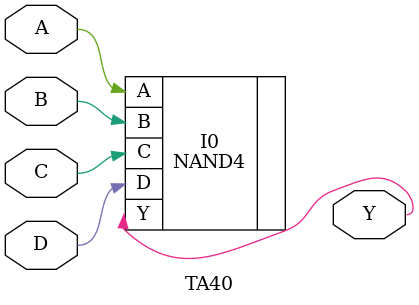
<source format=v>
`timescale 1 ns / 100 ps
module TA40( A, B, C, D, Y );

input A, B, C, D;
output Y;










specify 
    specparam CDS_LIBNAME  = "3200DX";
    specparam CDS_CELLNAME = "TA40";
    specparam CDS_VIEWNAME = "schematic";
endspecify

NAND4  I0( .D(D), .C(C), .Y(Y), .A(A), .B(B));

endmodule

</source>
